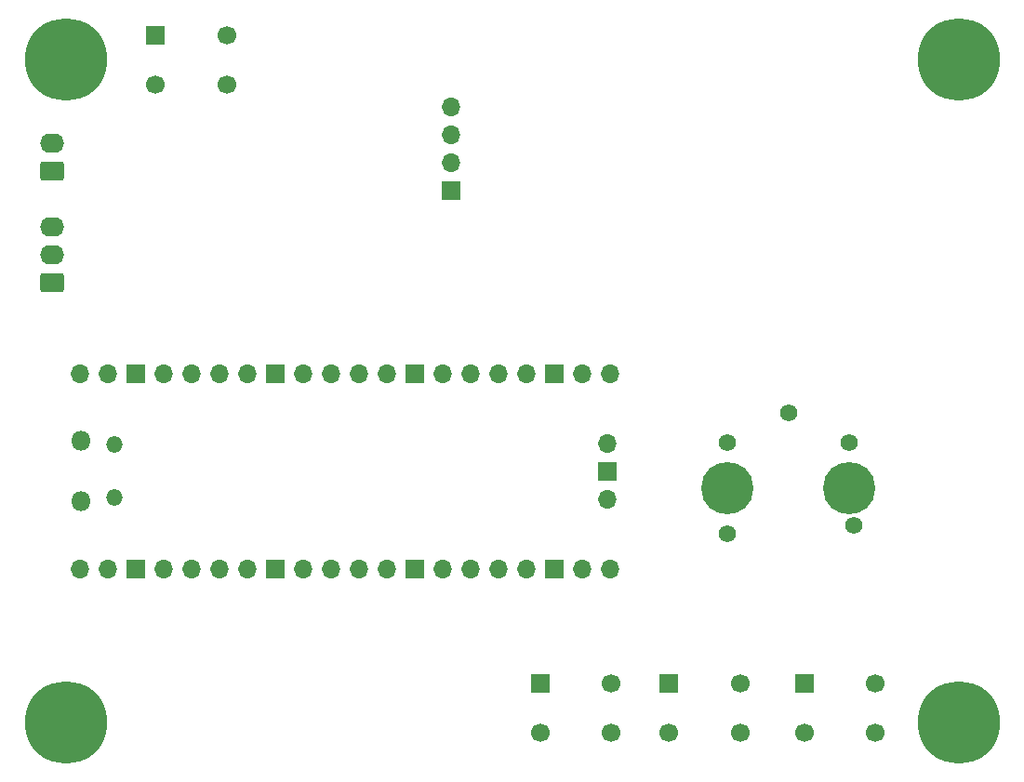
<source format=gbr>
%TF.GenerationSoftware,KiCad,Pcbnew,6.0.8-f2edbf62ab~116~ubuntu20.04.1*%
%TF.CreationDate,2022-10-13T01:59:19+02:00*%
%TF.ProjectId,Louie_for_Pico,4c6f7569-655f-4666-9f72-5f5069636f2e,rev?*%
%TF.SameCoordinates,Original*%
%TF.FileFunction,Soldermask,Bot*%
%TF.FilePolarity,Negative*%
%FSLAX46Y46*%
G04 Gerber Fmt 4.6, Leading zero omitted, Abs format (unit mm)*
G04 Created by KiCad (PCBNEW 6.0.8-f2edbf62ab~116~ubuntu20.04.1) date 2022-10-13 01:59:19*
%MOMM*%
%LPD*%
G01*
G04 APERTURE LIST*
G04 Aperture macros list*
%AMRoundRect*
0 Rectangle with rounded corners*
0 $1 Rounding radius*
0 $2 $3 $4 $5 $6 $7 $8 $9 X,Y pos of 4 corners*
0 Add a 4 corners polygon primitive as box body*
4,1,4,$2,$3,$4,$5,$6,$7,$8,$9,$2,$3,0*
0 Add four circle primitives for the rounded corners*
1,1,$1+$1,$2,$3*
1,1,$1+$1,$4,$5*
1,1,$1+$1,$6,$7*
1,1,$1+$1,$8,$9*
0 Add four rect primitives between the rounded corners*
20,1,$1+$1,$2,$3,$4,$5,0*
20,1,$1+$1,$4,$5,$6,$7,0*
20,1,$1+$1,$6,$7,$8,$9,0*
20,1,$1+$1,$8,$9,$2,$3,0*%
G04 Aperture macros list end*
%ADD10C,1.700000*%
%ADD11R,1.700000X1.700000*%
%ADD12O,1.700000X1.700000*%
%ADD13C,7.500000*%
%ADD14C,1.575000*%
%ADD15C,4.755000*%
%ADD16RoundRect,0.250000X0.845000X-0.620000X0.845000X0.620000X-0.845000X0.620000X-0.845000X-0.620000X0*%
%ADD17O,2.190000X1.740000*%
%ADD18O,1.500000X1.500000*%
%ADD19O,1.800000X1.800000*%
G04 APERTURE END LIST*
D10*
%TO.C,SW3*%
X136040000Y-106970000D03*
D11*
X129540000Y-106970000D03*
D10*
X136040000Y-111470000D03*
X129540000Y-111470000D03*
%TD*%
D11*
%TO.C,Brd1*%
X121450000Y-62115000D03*
D12*
X121450000Y-59575000D03*
X121450000Y-57035000D03*
X121450000Y-54495000D03*
%TD*%
D13*
%TO.C,*%
X167640000Y-50165000D03*
%TD*%
%TO.C,REF\u002A\u002A*%
X86360000Y-50165000D03*
%TD*%
D14*
%TO.C,U3*%
X146602000Y-85009000D03*
X157701000Y-85009000D03*
X146602000Y-93309000D03*
X158102000Y-92609000D03*
X152152000Y-82309000D03*
D15*
X146602000Y-89159000D03*
X157701000Y-89159000D03*
%TD*%
D13*
%TO.C,REF\u002A\u002A*%
X86360000Y-110490000D03*
%TD*%
D16*
%TO.C,J1*%
X85090000Y-70485000D03*
D17*
X85090000Y-67945000D03*
X85090000Y-65405000D03*
%TD*%
D11*
%TO.C,SW5*%
X153595000Y-106970000D03*
D10*
X160095000Y-106970000D03*
X153595000Y-111470000D03*
X160095000Y-111470000D03*
%TD*%
D18*
%TO.C,U2*%
X90790000Y-90055000D03*
X90790000Y-85205000D03*
D19*
X87760000Y-84905000D03*
X87760000Y-90355000D03*
D12*
X87630000Y-96520000D03*
X90170000Y-96520000D03*
D11*
X92710000Y-96520000D03*
D12*
X95250000Y-96520000D03*
X97790000Y-96520000D03*
X100330000Y-96520000D03*
X102870000Y-96520000D03*
D11*
X105410000Y-96520000D03*
D12*
X107950000Y-96520000D03*
X110490000Y-96520000D03*
X113030000Y-96520000D03*
X115570000Y-96520000D03*
D11*
X118110000Y-96520000D03*
D12*
X120650000Y-96520000D03*
X123190000Y-96520000D03*
X125730000Y-96520000D03*
X128270000Y-96520000D03*
D11*
X130810000Y-96520000D03*
D12*
X133350000Y-96520000D03*
X135890000Y-96520000D03*
X135890000Y-78740000D03*
X133350000Y-78740000D03*
D11*
X130810000Y-78740000D03*
D12*
X128270000Y-78740000D03*
X125730000Y-78740000D03*
X123190000Y-78740000D03*
X120650000Y-78740000D03*
D11*
X118110000Y-78740000D03*
D12*
X115570000Y-78740000D03*
X113030000Y-78740000D03*
X110490000Y-78740000D03*
X107950000Y-78740000D03*
D11*
X105410000Y-78740000D03*
D12*
X102870000Y-78740000D03*
X100330000Y-78740000D03*
X97790000Y-78740000D03*
X95250000Y-78740000D03*
D11*
X92710000Y-78740000D03*
D12*
X90170000Y-78740000D03*
X87630000Y-78740000D03*
X135660000Y-90170000D03*
D11*
X135660000Y-87630000D03*
D12*
X135660000Y-85090000D03*
%TD*%
D11*
%TO.C,SW4*%
X141276000Y-106970000D03*
D10*
X147776000Y-106970000D03*
X147776000Y-111470000D03*
X141276000Y-111470000D03*
%TD*%
D13*
%TO.C,*%
X167640000Y-110490000D03*
%TD*%
D16*
%TO.C,M1*%
X85110000Y-60325000D03*
D17*
X85110000Y-57785000D03*
%TD*%
D11*
%TO.C,SW2*%
X94540000Y-47915000D03*
D10*
X101040000Y-47915000D03*
X94540000Y-52415000D03*
X101040000Y-52415000D03*
%TD*%
M02*

</source>
